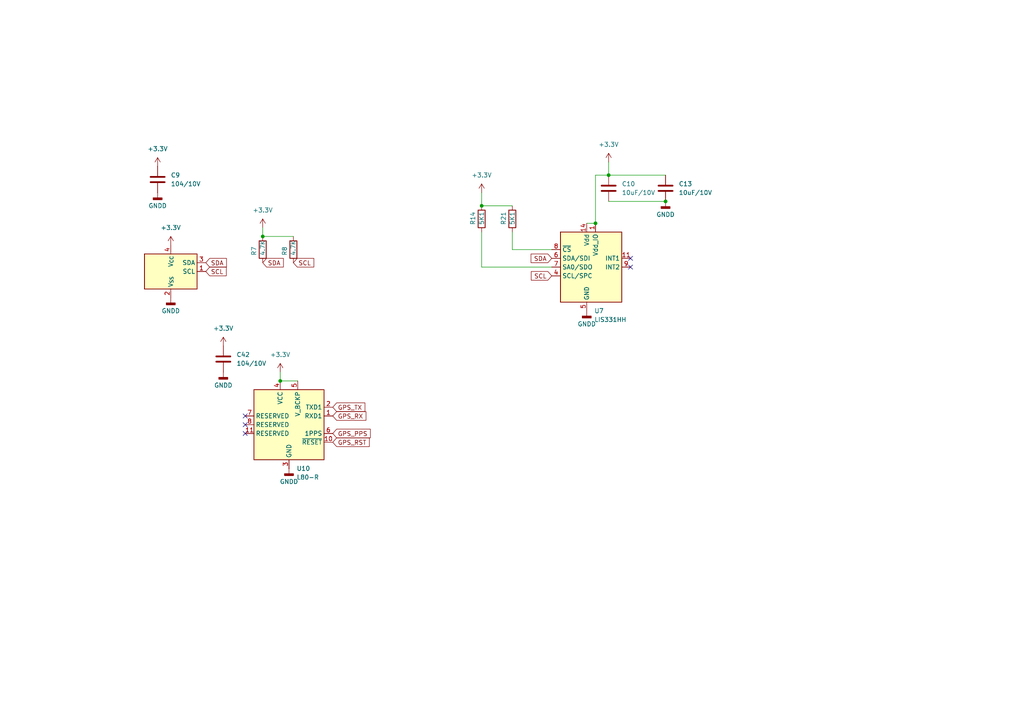
<source format=kicad_sch>
(kicad_sch (version 20231120) (generator "eeschema") (generator_version "8.0")
  (paper "A4")
  (lib_symbols
    (symbol "Device:C" (pin_numbers hide) (pin_names (offset 0.254))
      (property "Reference" "C" (at 0.635 2.54 0))
      (property "Value" "C" (at 0.635 -2.54 0))
      (symbol "C_0_1"
        (polyline (pts (xy -2.032 -0.762) (xy 2.032 -0.762)) (stroke (width 0.508)))
        (polyline (pts (xy -2.032 0.762) (xy 2.032 0.762)) (stroke (width 0.508)))
      )
      (symbol "C_1_1"
        (pin passive line (at 0 3.81 270) (length 2.794) (name "~") (number "1"))
        (pin passive line (at 0 -3.81 90) (length 2.794) (name "~") (number "2"))
      )
    )
    (symbol "Device:R" (pin_numbers hide) (pin_names (offset 0))
      (property "Reference" "R" (at 2.032 0 90))
      (property "Value" "R" (at 0 0 90))
      (symbol "R_0_1"
        (rectangle (start -1.016 -2.54) (end 1.016 2.54) (stroke (width 0.254)))
      )
      (symbol "R_1_1"
        (pin passive line (at 0 3.81 270) (length 1.27) (name "~") (number "1"))
        (pin passive line (at 0 -3.81 90) (length 1.27) (name "~") (number "2"))
      )
    )
    (symbol "Memory_EEPROM:24AA02E-OT"
      (property "Reference" "U" (at -7.62 6.35 0))
      (property "Value" "24AA02E-OT" (at 2.54 -6.35 0))
      (symbol "24AA02E-OT_1_1"
        (rectangle (start -7.62 5.08) (end 7.62 -5.08) (stroke (width 0.254)) (fill (type background)))
        (pin input line (at 10.16 0 180) (length 2.54) (name "SCL") (number "1"))
        (pin power_in line (at 0 -7.62 90) (length 2.54) (name "V_{SS}") (number "2"))
        (pin bidirectional line (at 10.16 2.54 180) (length 2.54) (name "SDA") (number "3"))
        (pin power_in line (at 0 7.62 270) (length 2.54) (name "V_{CC}") (number "4"))
        (pin no_connect line (at -10.16 0 0) (length 2.54) hide (name "NC") (number "5"))
      )
    )
    (symbol "RF_GPS:L80-R"
      (property "Reference" "U" (at -10.16 11.43 0))
      (property "Value" "L80-R" (at 10.16 11.43 0))
      (symbol "L80-R_0_1"
        (rectangle (start -10.16 10.16) (end 10.16 -10.16) (stroke (width 0.254)) (fill (type background)))
      )
      (symbol "L80-R_1_1"
        (pin input line (at 12.7 2.54 180) (length 2.54) (name "RXD1") (number "1"))
        (pin input line (at 12.7 -5.08 180) (length 2.54) (name "~{RESET}") (number "10"))
        (pin passive line (at -12.7 -2.54 0) (length 2.54) (name "RESERVED") (number "11"))
        (pin passive line (at 0 -12.7 90) (length 2.54) hide (name "GND") (number "12"))
        (pin output line (at 12.7 5.08 180) (length 2.54) (name "TXD1") (number "2"))
        (pin power_in line (at 0 -12.7 90) (length 2.54) (name "GND") (number "3"))
        (pin power_in line (at -2.54 12.7 270) (length 2.54) (name "VCC") (number "4"))
        (pin power_in line (at 2.54 12.7 270) (length 2.54) (name "V_BCKP") (number "5"))
        (pin output line (at 12.7 -2.54 180) (length 2.54) (name "1PPS") (number "6"))
        (pin passive line (at -12.7 2.54 0) (length 2.54) (name "RESERVED") (number "7"))
        (pin passive line (at -12.7 0 0) (length 2.54) (name "RESERVED") (number "8"))
        (pin no_connect line (at 10.16 0 180) (length 2.54) hide (name "NC") (number "9"))
      )
    )
    (symbol "Sensor_Motion:LIS331HH"
      (property "Reference" "U" (at -7.62 11.43 0))
      (property "Value" "LIS331HH" (at 3.81 11.43 0))
      (symbol "LIS331HH_0_1"
        (rectangle (start -7.62 10.16) (end 10.16 -10.16) (stroke (width 0.254)) (fill (type background)))
      )
      (symbol "LIS331HH_1_1"
        (pin power_in line (at 2.54 12.7 270) (length 2.54) (name "Vdd_IO") (number "1"))
        (pin passive line (at 0 -12.7 90) (length 2.54) hide (name "GND") (number "10"))
        (pin output line (at 12.7 2.54 180) (length 2.54) (name "INT1") (number "11"))
        (pin passive line (at 0 -12.7 90) (length 2.54) hide (name "GND") (number "12"))
        (pin passive line (at 0 -12.7 90) (length 2.54) hide (name "GND") (number "13"))
        (pin power_in line (at 0 12.7 270) (length 2.54) (name "Vdd") (number "14"))
        (pin passive line (at 0 12.7 270) (length 2.54) hide (name "Vdd") (number "15"))
        (pin passive line (at 0 -12.7 90) (length 2.54) hide (name "GND") (number "16"))
        (pin no_connect line (at 10.16 -2.54 180) (length 2.54) hide (name "NC") (number "2"))
        (pin no_connect line (at 10.16 -5.08 180) (length 2.54) hide (name "NC") (number "3"))
        (pin input line (at -10.16 -2.54 0) (length 2.54) (name "SCL/SPC") (number "4"))
        (pin power_in line (at 0 -12.7 90) (length 2.54) (name "GND") (number "5"))
        (pin bidirectional line (at -10.16 2.54 0) (length 2.54) (name "SDA/SDI") (number "6"))
        (pin output line (at -10.16 0 0) (length 2.54) (name "SA0/SDO") (number "7"))
        (pin input line (at -10.16 5.08 0) (length 2.54) (name "~{CS}") (number "8"))
        (pin output line (at 12.7 0 180) (length 2.54) (name "INT2") (number "9"))
      )
    )
    (symbol "power:+3.3V" (power) (pin_numbers hide) (pin_names (offset 0) hide)
      (property "Value" "+3.3V" (at 0 3.556 0))
      (symbol "+3.3V_0_1"
        (polyline (pts (xy -0.762 1.27) (xy 0 2.54)))
        (polyline (pts (xy 0 0) (xy 0 2.54)))
        (polyline (pts (xy 0 2.54) (xy 0.762 1.27)))
      )
      (symbol "+3.3V_1_1"
        (pin power_in line (at 0 0 90) (length 0) (name "~") (number "1"))
      )
    )
    (symbol "power:GNDD" (power) (pin_numbers hide) (pin_names (offset 0) hide)
      (property "Value" "GNDD" (at 0 -3.175 0))
      (symbol "GNDD_0_1"
        (rectangle (start -1.27 -1.524) (end 1.27 -2.032) (stroke (width 0.254)) (fill (type outline)))
        (polyline (pts (xy 0 0) (xy 0 -1.524)))
      )
      (symbol "GNDD_1_1"
        (pin power_in line (at 0 0 270) (length 0) (name "~") (number "1"))
      )
    )
  )
  (junction (at 176.53 50.8))
  (junction (at 193.04 58.42))
  (junction (at 172.72 64.77))
  (junction (at 139.7 59.69))
  (junction (at 76.2 68.58))
  (junction (at 81.28 110.49))
  (no_connect (at 71.12 120.65))
  (no_connect (at 71.12 123.19))
  (no_connect (at 182.88 77.47))
  (no_connect (at 71.12 125.73))
  (no_connect (at 182.88 74.93))
  (wire (pts (xy 160.02 77.47) (xy 139.7 77.47)))
  (wire (pts (xy 148.59 72.39) (xy 148.59 67.31)))
  (wire (pts (xy 76.2 68.58) (xy 85.09 68.58)))
  (wire (pts (xy 139.7 59.69) (xy 148.59 59.69)))
  (wire (pts (xy 160.02 72.39) (xy 148.59 72.39)))
  (wire (pts (xy 170.18 64.77) (xy 172.72 64.77)))
  (wire (pts (xy 81.28 110.49) (xy 86.36 110.49)))
  (wire (pts (xy 176.53 46.99) (xy 176.53 50.8)))
  (wire (pts (xy 176.53 50.8) (xy 193.04 50.8)))
  (wire (pts (xy 172.72 64.77) (xy 172.72 50.8)))
  (wire (pts (xy 176.53 58.42) (xy 193.04 58.42)))
  (wire (pts (xy 81.28 107.95) (xy 81.28 110.49)))
  (wire (pts (xy 139.7 55.88) (xy 139.7 59.69)))
  (wire (pts (xy 139.7 77.47) (xy 139.7 67.31)))
  (wire (pts (xy 172.72 50.8) (xy 176.53 50.8)))
  (wire (pts (xy 76.2 66.04) (xy 76.2 68.58)))
  (global_label "GPS_PPS" (shape input) (at 96.52 125.73 0) (property "Intersheetrefs" "${INTERSHEET_REFS}" (effects (hide yes))))
  (global_label "SDA" (shape input) (at 59.69 76.2 0) (property "Intersheetrefs" "${INTERSHEET_REFS}" (effects (hide yes))))
  (global_label "SCL" (shape input) (at 85.09 76.2 0) (property "Intersheetrefs" "${INTERSHEET_REFS}" (effects (hide yes))))
  (global_label "SCL" (shape input) (at 160.02 80.01 180) (property "Intersheetrefs" "${INTERSHEET_REFS}" (effects (hide yes))))
  (global_label "SDA" (shape input) (at 160.02 74.93 180) (property "Intersheetrefs" "${INTERSHEET_REFS}" (effects (hide yes))))
  (global_label "SCL" (shape input) (at 59.69 78.74 0) (property "Intersheetrefs" "${INTERSHEET_REFS}" (effects (hide yes))))
  (global_label "SDA" (shape input) (at 76.2 76.2 0) (property "Intersheetrefs" "${INTERSHEET_REFS}" (effects (hide yes))))
  (global_label "GPS_RST" (shape input) (at 96.52 128.27 0) (property "Intersheetrefs" "${INTERSHEET_REFS}" (effects (hide yes))))
  (global_label "GPS_TX" (shape input) (at 96.52 118.11 0) (property "Intersheetrefs" "${INTERSHEET_REFS}" (effects (hide yes))))
  (global_label "GPS_RX" (shape input) (at 96.52 120.65 0) (property "Intersheetrefs" "${INTERSHEET_REFS}" (effects (hide yes))))
  (symbol (lib_id "Device:R") (at 139.7 63.5 0) (unit 1)
    (property "Reference" "R14" (at 137.16 65.278 90) (effects (justify left)))
    (property "Value" "5K1" (at 139.7 65.278 90) (effects (justify left)))
    (property "Footprint" "Resistor_SMD:R_0402_1005Metric" (effects (hide yes)))
    (property "Description" "Resistor" (effects (hide yes)))
  )
  (symbol (lib_id "Device:C") (at 64.77 104.14 0) (unit 1)
    (property "Reference" "C42" (at 68.58 102.8699 0) (effects (justify left)))
    (property "Value" "104/10V" (at 68.58 105.4099 0) (effects (justify left)))
    (property "Footprint" "Capacitor_SMD:C_0402_1005Metric" (effects (hide yes)))
    (property "Description" "Unpolarized capacitor" (effects (hide yes)))
  )
  (symbol (lib_id "Sensor_Motion:LIS331HH") (at 170.18 77.47 0) (unit 1)
    (property "Reference" "U7" (at 172.3741 90.17 0) (effects (justify left)))
    (property "Value" "LIS331HH" (at 172.3741 92.71 0) (effects (justify left)))
    (property "Footprint" "Package_LGA:LGA-16_3x3mm_P0.5mm_LayoutBorder3x5y" (effects (hide yes)))
    (property "Datasheet" "https://media.digikey.com/pdf/Data%20Sheets/ST%20Microelectronics%20PDFS/LIS331HH.pdf" (effects (hide yes)))
    (property "Description" "3-Axis Accelerometer, 6/12/24g range, 1000Hz, I2C and SPI interface" (effects (hide yes)))
  )
  (symbol (lib_id "power:GNDD") (at 170.18 90.17 0) (unit 1)
    (property "Reference" "#PWR030" (effects (hide yes)))
    (property "Value" "GNDD" (at 170.18 93.98 0))
    (property "Description" "Power symbol creates a global label with name \"GNDD\" , digital ground" (effects (hide yes)))
  )
  (symbol (lib_id "Device:R") (at 76.2 72.39 0) (unit 1)
    (property "Reference" "R7" (at 73.66 74.168 90) (effects (justify left)))
    (property "Value" "4.7K" (at 76.2 74.168 90) (effects (justify left)))
    (property "Footprint" "Resistor_SMD:R_0402_1005Metric" (effects (hide yes)))
    (property "Description" "Resistor" (effects (hide yes)))
  )
  (symbol (lib_id "Memory_EEPROM:24AA02E-OT") (at 49.53 78.74 0) (unit 1)
    (property "Reference" "U2" (effects (hide yes)))
    (property "Value" "24AA02E-OT" (effects (hide yes)))
    (property "Footprint" "Package_TO_SOT_SMD:SOT-23-5" (effects (hide yes)))
    (property "Datasheet" "https://ww1.microchip.com/downloads/aemDocuments/documents/MPD/ProductDocuments/DataSheets/2-Kbit-I2C-Serial-EEPROMs-+EUI-48-or-EUI-64-Node-20002124.pdf" (effects (hide yes)))
    (property "Description" "I2C Serial EEPROM with EUI-48 or EUI-64, 2Kb, SOT-23-5" (effects (hide yes)))
  )
  (symbol (lib_id "RF_GPS:L80-R") (at 83.82 123.19 0) (unit 1)
    (property "Reference" "U10" (at 86.0141 135.89 0) (effects (justify left)))
    (property "Value" "L80-R" (at 86.0141 138.43 0) (effects (justify left)))
    (property "Footprint" "QSL_RF_GPS:Quectel_L80-R" (effects (hide yes)))
    (property "Datasheet" "https://www.quectel.com/UploadImage/Downlad/Quectel_L80-R_Hardware_Design_V1.2.pdf" (effects (hide yes)))
    (property "Description" "Quectel GPS Module" (effects (hide yes)))
  )
  (symbol (lib_id "power:+3.3V") (at 81.28 107.95 0) (unit 1)
    (property "Reference" "#PWR080" (effects (hide yes)))
    (property "Value" "+3.3V" (at 81.28 102.87 0))
    (property "Description" "Power symbol creates a global label with name \"+3.3V\"" (effects (hide yes)))
  )
  (symbol (lib_id "power:GNDD") (at 193.04 58.42 0) (unit 1)
    (property "Reference" "#PWR040" (effects (hide yes)))
    (property "Value" "GNDD" (at 193.04 62.23 0))
    (property "Description" "Power symbol creates a global label with name \"GNDD\" , digital ground" (effects (hide yes)))
  )
  (symbol (lib_id "power:+3.3V") (at 176.53 46.99 0) (unit 1)
    (property "Reference" "#PWR039" (effects (hide yes)))
    (property "Value" "+3.3V" (at 176.53 41.91 0))
    (property "Description" "Power symbol creates a global label with name \"+3.3V\"" (effects (hide yes)))
  )
  (symbol (lib_id "power:GNDD") (at 45.72 55.88 0) (unit 1)
    (property "Reference" "#PWR051" (effects (hide yes)))
    (property "Value" "GNDD" (at 45.72 59.69 0))
    (property "Description" "Power symbol creates a global label with name \"GNDD\" , digital ground" (effects (hide yes)))
  )
  (symbol (lib_id "power:+3.3V") (at 139.7 55.88 0) (unit 1)
    (property "Reference" "#PWR029" (effects (hide yes)))
    (property "Value" "+3.3V" (at 139.7 50.8 0))
    (property "Description" "Power symbol creates a global label with name \"+3.3V\"" (effects (hide yes)))
  )
  (symbol (lib_id "power:+3.3V") (at 45.72 48.26 0) (unit 1)
    (property "Reference" "#PWR04" (effects (hide yes)))
    (property "Value" "+3.3V" (at 45.72 43.18 0))
    (property "Description" "Power symbol creates a global label with name \"+3.3V\"" (effects (hide yes)))
  )
  (symbol (lib_id "Device:C") (at 176.53 54.61 180) (unit 1)
    (property "Reference" "C10" (at 180.34 53.3399 0) (effects (justify right)))
    (property "Value" "10uF/10V" (at 180.34 55.8799 0) (effects (justify right)))
    (property "Footprint" "Capacitor_SMD:C_0603_1608Metric" (effects (hide yes)))
    (property "Description" "Unpolarized capacitor" (effects (hide yes)))
  )
  (symbol (lib_id "power:GNDD") (at 83.82 135.89 0) (unit 1)
    (property "Reference" "#PWR081" (effects (hide yes)))
    (property "Value" "GNDD" (at 83.82 139.7 0))
    (property "Description" "Power symbol creates a global label with name \"GNDD\" , digital ground" (effects (hide yes)))
  )
  (symbol (lib_id "Device:C") (at 193.04 54.61 180) (unit 1)
    (property "Reference" "C13" (at 196.85 53.3399 0) (effects (justify right)))
    (property "Value" "10uF/10V" (at 196.85 55.8799 0) (effects (justify right)))
    (property "Footprint" "Capacitor_SMD:C_0603_1608Metric" (effects (hide yes)))
    (property "Description" "Unpolarized capacitor" (effects (hide yes)))
  )
  (symbol (lib_id "Device:R") (at 148.59 63.5 0) (unit 1)
    (property "Reference" "R21" (at 146.05 65.278 90) (effects (justify left)))
    (property "Value" "5K1" (at 148.59 65.278 90) (effects (justify left)))
    (property "Footprint" "Resistor_SMD:R_0402_1005Metric" (effects (hide yes)))
    (property "Description" "Resistor" (effects (hide yes)))
  )
  (symbol (lib_id "power:+3.3V") (at 49.53 71.12 0) (unit 1)
    (property "Reference" "#PWR054" (effects (hide yes)))
    (property "Value" "+3.3V" (at 49.53 66.04 0))
    (property "Description" "Power symbol creates a global label with name \"+3.3V\"" (effects (hide yes)))
  )
  (symbol (lib_id "power:GNDD") (at 49.53 86.36 0) (unit 1)
    (property "Reference" "#PWR055" (effects (hide yes)))
    (property "Value" "GNDD" (at 49.53 90.17 0))
    (property "Description" "Power symbol creates a global label with name \"GNDD\" , digital ground" (effects (hide yes)))
  )
  (symbol (lib_id "Device:R") (at 85.09 72.39 0) (unit 1)
    (property "Reference" "R8" (at 82.55 74.168 90) (effects (justify left)))
    (property "Value" "4.7K" (at 85.09 74.168 90) (effects (justify left)))
    (property "Footprint" "Resistor_SMD:R_0402_1005Metric" (effects (hide yes)))
    (property "Description" "Resistor" (effects (hide yes)))
  )
  (symbol (lib_id "Device:C") (at 45.72 52.07 0) (unit 1)
    (property "Reference" "C9" (at 49.53 50.7999 0) (effects (justify left)))
    (property "Value" "104/10V" (at 49.53 53.3399 0) (effects (justify left)))
    (property "Footprint" "Capacitor_SMD:C_0402_1005Metric" (effects (hide yes)))
    (property "Description" "Unpolarized capacitor" (effects (hide yes)))
  )
  (symbol (lib_id "power:+3.3V") (at 76.2 66.04 0) (unit 1)
    (property "Reference" "#PWR056" (effects (hide yes)))
    (property "Value" "+3.3V" (at 76.2 60.96 0))
    (property "Description" "Power symbol creates a global label with name \"+3.3V\"" (effects (hide yes)))
  )
  (symbol (lib_id "power:+3.3V") (at 64.77 100.33 0) (unit 1)
    (property "Reference" "#PWR078" (effects (hide yes)))
    (property "Value" "+3.3V" (at 64.77 95.25 0))
    (property "Description" "Power symbol creates a global label with name \"+3.3V\"" (effects (hide yes)))
  )
  (symbol (lib_id "power:GNDD") (at 64.77 107.95 0) (unit 1)
    (property "Reference" "#PWR079" (effects (hide yes)))
    (property "Value" "GNDD" (at 64.77 111.76 0))
    (property "Description" "Power symbol creates a global label with name \"GNDD\" , digital ground" (effects (hide yes)))
  )
)
</source>
